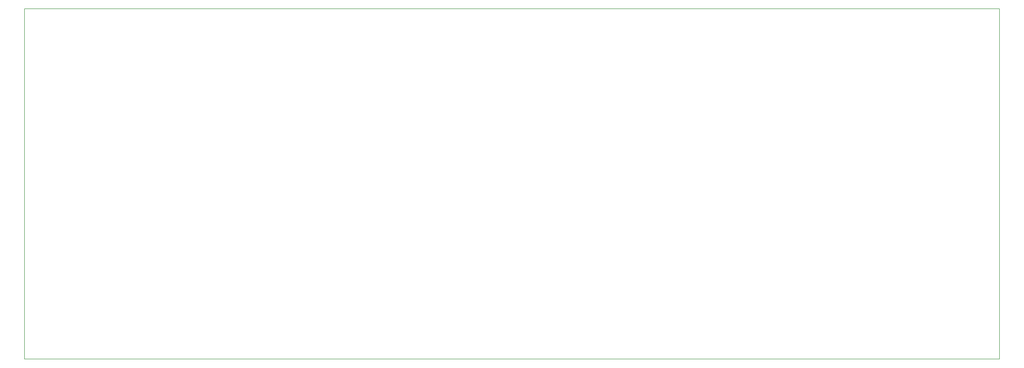
<source format=gm1>
G04 #@! TF.GenerationSoftware,KiCad,Pcbnew,(5.0.0-rc2-dev-733-g23a9fcd91)*
G04 #@! TF.CreationDate,2018-09-05T17:39:11-04:00*
G04 #@! TF.ProjectId,comp1800,636F6D70313830302E6B696361645F70,rev?*
G04 #@! TF.SameCoordinates,Original*
G04 #@! TF.FileFunction,Profile,NP*
%FSLAX46Y46*%
G04 Gerber Fmt 4.6, Leading zero omitted, Abs format (unit mm)*
G04 Created by KiCad (PCBNEW (5.0.0-rc2-dev-733-g23a9fcd91)) date 09/05/18 17:39:11*
%MOMM*%
%LPD*%
G01*
G04 APERTURE LIST*
%ADD10C,0.150000*%
G04 APERTURE END LIST*
D10*
X33337500Y-147637500D02*
X33337500Y-19050000D01*
X390525000Y-147637500D02*
X33337500Y-147637500D01*
X390525000Y-19050000D02*
X390525000Y-147637500D01*
X33337500Y-19050000D02*
X390525000Y-19050000D01*
M02*

</source>
